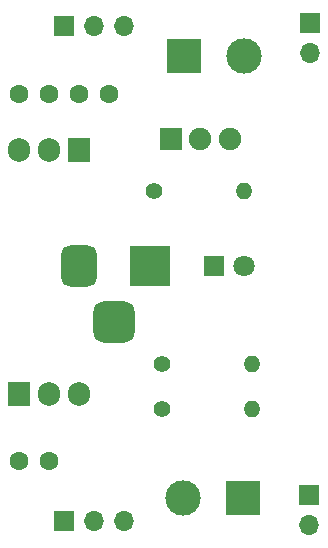
<source format=gbs>
%TF.GenerationSoftware,KiCad,Pcbnew,8.0.4*%
%TF.CreationDate,2024-10-15T16:21:03+03:00*%
%TF.ProjectId,projecsts,70726f6a-6563-4737-9473-2e6b69636164,rev?*%
%TF.SameCoordinates,Original*%
%TF.FileFunction,Soldermask,Bot*%
%TF.FilePolarity,Negative*%
%FSLAX46Y46*%
G04 Gerber Fmt 4.6, Leading zero omitted, Abs format (unit mm)*
G04 Created by KiCad (PCBNEW 8.0.4) date 2024-10-15 16:21:03*
%MOMM*%
%LPD*%
G01*
G04 APERTURE LIST*
G04 Aperture macros list*
%AMRoundRect*
0 Rectangle with rounded corners*
0 $1 Rounding radius*
0 $2 $3 $4 $5 $6 $7 $8 $9 X,Y pos of 4 corners*
0 Add a 4 corners polygon primitive as box body*
4,1,4,$2,$3,$4,$5,$6,$7,$8,$9,$2,$3,0*
0 Add four circle primitives for the rounded corners*
1,1,$1+$1,$2,$3*
1,1,$1+$1,$4,$5*
1,1,$1+$1,$6,$7*
1,1,$1+$1,$8,$9*
0 Add four rect primitives between the rounded corners*
20,1,$1+$1,$2,$3,$4,$5,0*
20,1,$1+$1,$4,$5,$6,$7,0*
20,1,$1+$1,$6,$7,$8,$9,0*
20,1,$1+$1,$8,$9,$2,$3,0*%
G04 Aperture macros list end*
%ADD10R,3.000000X3.000000*%
%ADD11C,3.000000*%
%ADD12R,1.700000X1.700000*%
%ADD13O,1.700000X1.700000*%
%ADD14C,1.600000*%
%ADD15R,3.500000X3.500000*%
%ADD16RoundRect,0.750000X-0.750000X-1.000000X0.750000X-1.000000X0.750000X1.000000X-0.750000X1.000000X0*%
%ADD17RoundRect,0.875000X-0.875000X-0.875000X0.875000X-0.875000X0.875000X0.875000X-0.875000X0.875000X0*%
%ADD18R,1.800000X1.800000*%
%ADD19C,1.800000*%
%ADD20C,1.400000*%
%ADD21O,1.400000X1.400000*%
%ADD22R,1.905000X2.000000*%
%ADD23O,1.905000X2.000000*%
%ADD24R,1.900000X1.900000*%
%ADD25C,1.900000*%
G04 APERTURE END LIST*
D10*
%TO.C,J7*%
X145309346Y-92620007D03*
D11*
X140229346Y-92620007D03*
%TD*%
D12*
%TO.C,J4*%
X130175000Y-52705000D03*
D13*
X132715000Y-52705000D03*
X135255000Y-52705000D03*
%TD*%
D12*
%TO.C,J1*%
X150989841Y-52415247D03*
D13*
X150989841Y-54955247D03*
%TD*%
D14*
%TO.C,C2*%
X126385000Y-58420000D03*
X128885000Y-58420000D03*
%TD*%
D15*
%TO.C,J6*%
X137445000Y-73025000D03*
D16*
X131445000Y-73025000D03*
D17*
X134445000Y-77725000D03*
%TD*%
D14*
%TO.C,C3*%
X126385000Y-89535000D03*
X128885000Y-89535000D03*
%TD*%
D12*
%TO.C,J3*%
X150933752Y-92373739D03*
D13*
X150933752Y-94913739D03*
%TD*%
D18*
%TO.C,D1*%
X142875000Y-73025000D03*
D19*
X145415000Y-73025000D03*
%TD*%
D14*
%TO.C,C1*%
X131465000Y-58420000D03*
X133965000Y-58420000D03*
%TD*%
D12*
%TO.C,J2*%
X130175000Y-94615000D03*
D13*
X132715000Y-94615000D03*
X135255000Y-94615000D03*
%TD*%
D20*
%TO.C,R3*%
X138430000Y-81280000D03*
D21*
X146050000Y-81280000D03*
%TD*%
D20*
%TO.C,R1*%
X137795000Y-66675000D03*
D21*
X145415000Y-66675000D03*
%TD*%
D20*
%TO.C,R2*%
X138430000Y-85090000D03*
D21*
X146050000Y-85090000D03*
%TD*%
D22*
%TO.C,U2*%
X126365000Y-83820000D03*
D23*
X128905000Y-83820000D03*
X131445000Y-83820000D03*
%TD*%
D24*
%TO.C,S2*%
X139225000Y-62230000D03*
D25*
X141725000Y-62230000D03*
X144225000Y-62230000D03*
%TD*%
D22*
%TO.C,U1*%
X131445000Y-63190000D03*
D23*
X128905000Y-63190000D03*
X126365000Y-63190000D03*
%TD*%
D10*
%TO.C,J5*%
X140335000Y-55245000D03*
D11*
X145415000Y-55245000D03*
%TD*%
M02*

</source>
